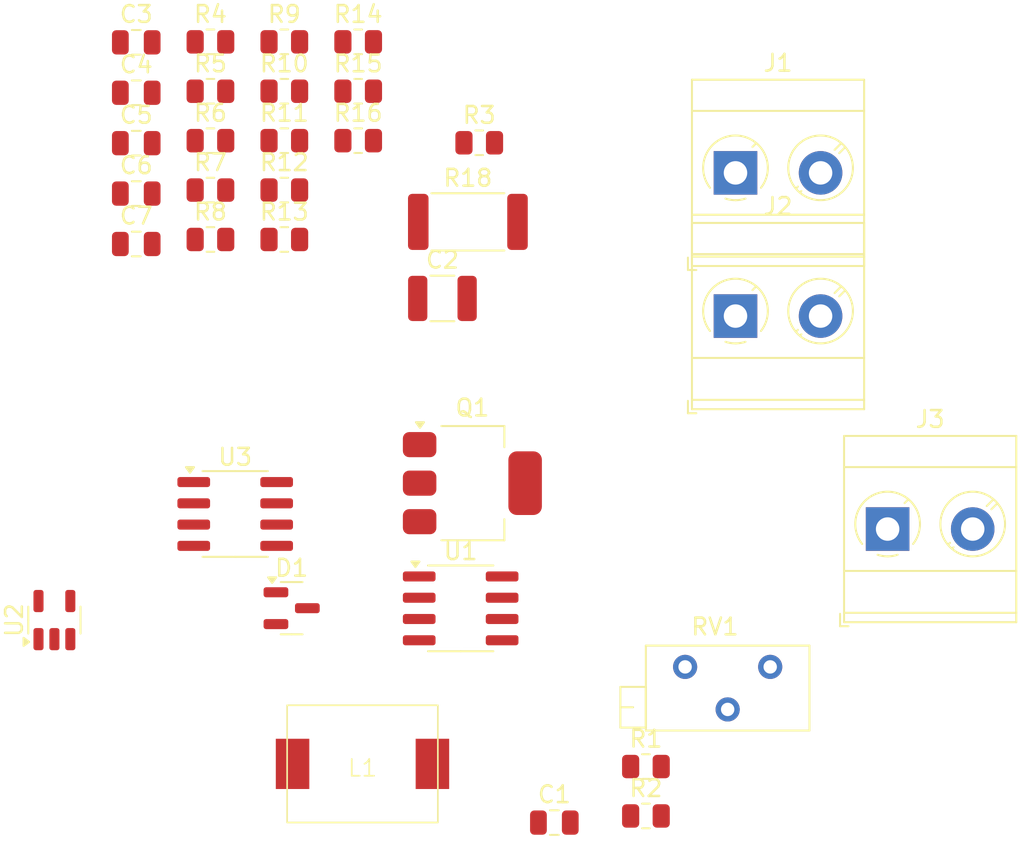
<source format=kicad_pcb>
(kicad_pcb (version 20240108) (generator "pcbnew") (generator_version "8.0")
  (layers (0 "F.Cu" signal) (31 "B.Cu" signal) (34 "B.Paste" user) (35 "F.Paste" user) (36 "B.SilkS" user "B.Silkscreen") (37 "F.SilkS" user "F.Silkscreen") (38 "B.Mask" user) (39 "F.Mask" user) (44 "Edge.Cuts" user))
  (net 0 "")
  (net 1 "LASER_CATHODE")
  (net 2 "LASER_ANODE")
  (net 5 "Net-(C2-Pad1)")
  (net 10 "Net-(U3-VI-Pad2)")
  (net 15 "Net-(C4-Pad1)")
  (net 21 "Net-(C4-Pad2)")
  (net 26 "Net-(C1-Pad2)")
  (net 27 "FGPA_MOD")
  (net 28 "Net-(L1-Pad1)")
  (net 32 "FPGA_MOD")
  (net 33 "5V")
  (net 39 "Net-(Q1-E)")
  (net 44 "Net-(U2-+)")
  (net 52 "Net-(R13-Pad1)")
  (net 53 "Net-(U1A--)")
  (net 58 "GND")
  (net 59 "Net-(U2-V+)")
  (footprint "Capacitor_SMD:C_1210_3225Metric" (layer "F.Cu") (at 136.2335 83.9704)
    (property "Reference" "C2" (at 0 -2.3 0) (layer "F.SilkS"))
    (property "Value" "TPSB336")
    (fp_line (start -0.711252 -1.36) (end 0.711252 -1.36) (stroke (width 0.12)) (layer "F.SilkS"))
    (fp_line (start -0.711252 1.36) (end 0.711252 1.36) (stroke (width 0.12)) (layer "F.SilkS"))
    (pad "1" smd roundrect (at -1.475 0) (size 1.15 2.7) (layers "F.Cu" "F.Paste" "F.Mask") (roundrect_rratio 0.217391) (net 5 "Net-(C2-Pad1)"))
    (pad "2" smd roundrect (at 1.475 0) (size 1.15 2.7) (layers "F.Cu" "F.Paste" "F.Mask") (roundrect_rratio 0.217391))
  )
  (footprint "Resistor_SMD:R_0805_2012Metric" (layer "F.Cu") (at 131.2035 71.6004)
    (property "Reference" "R15" (at 0 -1.65 0) (layer "F.SilkS"))
    (property "Value" "10")
    (fp_line (start -0.227064 -0.735) (end 0.227064 -0.735) (stroke (width 0.12)) (layer "F.SilkS"))
    (fp_line (start -0.227064 0.735) (end 0.227064 0.735) (stroke (width 0.12)) (layer "F.SilkS"))
    (pad "1" smd roundrect (at -0.9125 0) (size 1.025 1.4) (layers "F.Cu" "F.Paste" "F.Mask") (roundrect_rratio 0.243902))
    (pad "2" smd roundrect (at 0.9125 0) (size 1.025 1.4) (layers "F.Cu" "F.Paste" "F.Mask") (roundrect_rratio 0.243902))
  )
  (footprint "Capacitor_SMD:C_0805_2012Metric" (layer "F.Cu") (at 117.9535 68.6804)
    (property "Reference" "C3" (at 0 -1.68 0) (layer "F.SilkS"))
    (property "Value" "C")
    (fp_line (start -0.261252 -0.735) (end 0.261252 -0.735) (stroke (width 0.12)) (layer "F.SilkS"))
    (fp_line (start -0.261252 0.735) (end 0.261252 0.735) (stroke (width 0.12)) (layer "F.SilkS"))
    (pad "1" smd roundrect (at -0.95 0) (size 1 1.45) (layers "F.Cu" "F.Paste" "F.Mask"))
    (pad "2" smd roundrect (at 0.95 0) (size 1 1.45) (layers "F.Cu" "F.Paste" "F.Mask"))
  )
  (footprint "Capacitor_SMD:C_0805_2012Metric" (layer "F.Cu") (at 142.9156 115.2652)
    (property "Reference" "C1" (at 0 -1.68 0) (layer "F.SilkS"))
    (property "Value" "C")
    (fp_line (start -0.261252 -0.735) (end 0.261252 -0.735) (stroke (width 0.12)) (layer "F.SilkS"))
    (fp_line (start -0.261252 0.735) (end 0.261252 0.735) (stroke (width 0.12)) (layer "F.SilkS"))
    (pad "1" smd roundrect (at -0.95 0) (size 1 1.45) (layers "F.Cu" "F.Paste" "F.Mask") (net 27 "FGPA_MOD"))
    (pad "2" smd roundrect (at 0.95 0) (size 1 1.45) (layers "F.Cu" "F.Paste" "F.Mask") (net 26 "Net-(C1-Pad2)"))
  )
  (footprint "TerminalBlock_MetzConnect:TerminalBlock_MetzConnect_Type073_RT02602HBLU_1x02_P5.08mm_Horizontal" (layer "F.Cu") (at 162.814 97.7392)
    (property "Reference" "J3" (at 2.54 -6.56 0) (layer "F.SilkS"))
    (property "Value" "Conn_01x02")
    (fp_line (start -2.84 5.06) (end -2.84 5.8) (stroke (width 0.12)) (layer "F.SilkS"))
    (fp_line (start -2.84 5.8) (end -2.34 5.8) (stroke (width 0.12)) (layer "F.SilkS"))
    (fp_line (start -2.6 -5.56) (end -2.6 5.56) (stroke (width 0.12)) (layer "F.SilkS"))
    (fp_line (start -2.6 -5.56) (end 7.68 -5.56) (stroke (width 0.12)) (layer "F.SilkS"))
    (fp_line (start -2.6 -3.7) (end 7.68 -3.7) (stroke (width 0.12)) (layer "F.SilkS"))
    (fp_line (start -2.6 2.5) (end 7.68 2.5) (stroke (width 0.12)) (layer "F.SilkS"))
    (fp_line (start -2.6 5) (end 7.68 5) (stroke (width 0.12)) (layer "F.SilkS"))
    (fp_line (start -2.6 5.56) (end 7.68 5.56) (stroke (width 0.12)) (layer "F.SilkS"))
    (fp_line (start 1.229 -1.764) (end 1.013 -1.549) (stroke (width 0.12)) (layer "F.SilkS"))
    (fp_line (start 3.724 0.821) (end 3.617 0.928) (stroke (width 0.12)) (layer "F.SilkS"))
    (fp_line (start 3.933 1.083) (end 3.852 1.164) (stroke (width 0.12)) (layer "F.SilkS"))
    (fp_line (start 6.309 -1.764) (end 5.918 -1.374) (stroke (width 0.12)) (layer "F.SilkS"))
    (fp_line (start 6.544 -1.529) (end 6.194 -1.179) (stroke (width 0.12)) (layer "F.SilkS"))
    (fp_line (start 7.68 -5.56) (end 7.68 5.56) (stroke (width 0.12)) (layer "F.SilkS"))
    (fp_arc (start -1.521645 0.888175) (mid -1.930586 -0.300524) (end -1.521 -1.489) (stroke (width 0.12)) (layer "F.SilkS"))
    (fp_arc (start -1.500317 -1.514609) (mid -0.000252 -2.230344) (end 1.5 -1.515) (stroke (width 0.12)) (layer "F.SilkS"))
    (fp_arc (start 0.033269 1.630336) (mid -0.285785 1.609354) (end -0.597 1.536) (stroke (width 0.12)) (layer "F.SilkS"))
    (fp_arc (start 0.596403 1.535539) (mid 0.301919 1.606238) (end 0 1.63) (stroke (width 0.12)) (layer "F.SilkS"))
    (fp_arc (start 1.521645 -1.488175) (mid 1.930586 -0.299476) (end 1.521 0.889) (stroke (width 0.12)) (layer "F.SilkS"))
    (fp_arc (start 5.08 1.63) (mid 5.08 -2.23) (end 5.08 1.63) (stroke (width 0.12)) (layer "F.SilkS"))
    (pad "1" thru_hole rect (at 0 0) (size 2.6 2.6) (drill 1.4) (layers "*.Cu" "*.Mask") (net 58 "GND"))
    (pad "2" thru_hole circle (at 5.08 0) (size 2.6 2.6) (drill 1.4) (layers "*.Cu" "*.Mask") (net 33 "5V"))
  )
  (footprint "Resistor_SMD:R_0805_2012Metric" (layer "F.Cu") (at 122.3835 68.6504)
    (property "Reference" "R4" (at 0 -1.65 0) (layer "F.SilkS"))
    (property "Value" "10")
    (fp_line (start -0.227064 -0.735) (end 0.227064 -0.735) (stroke (width 0.12)) (layer "F.SilkS"))
    (fp_line (start -0.227064 0.735) (end 0.227064 0.735) (stroke (width 0.12)) (layer "F.SilkS"))
    (pad "1" smd roundrect (at -0.9125 0) (size 1.025 1.4) (layers "F.Cu" "F.Paste" "F.Mask") (roundrect_rratio 0.243902))
    (pad "2" smd roundrect (at 0.9125 0) (size 1.025 1.4) (layers "F.Cu" "F.Paste" "F.Mask") (roundrect_rratio 0.243902))
  )
  (footprint "Resistor_SMD:R_0805_2012Metric" (layer "F.Cu") (at 122.3835 80.4504)
    (property "Reference" "R8" (at 0 -1.65 0) (layer "F.SilkS"))
    (property "Value" "R")
    (fp_line (start -0.227064 -0.735) (end 0.227064 -0.735) (stroke (width 0.12)) (layer "F.SilkS"))
    (fp_line (start -0.227064 0.735) (end 0.227064 0.735) (stroke (width 0.12)) (layer "F.SilkS"))
    (pad "1" smd roundrect (at -0.9125 0) (size 1.025 1.4) (layers "F.Cu" "F.Paste" "F.Mask") (roundrect_rratio 0.243902) (net 58 "GND"))
    (pad "2" smd roundrect (at 0.9125 0) (size 1.025 1.4) (layers "F.Cu" "F.Paste" "F.Mask") (roundrect_rratio 0.243902))
  )
  (footprint "Capacitor_SMD:C_0805_2012Metric" (layer "F.Cu") (at 117.9535 74.7004)
    (property "Reference" "C5" (at 0 -1.68 0) (layer "F.SilkS"))
    (property "Value" "C")
    (fp_line (start -0.261252 -0.735) (end 0.261252 -0.735) (stroke (width 0.12)) (layer "F.SilkS"))
    (fp_line (start -0.261252 0.735) (end 0.261252 0.735) (stroke (width 0.12)) (layer "F.SilkS"))
    (pad "1" smd roundrect (at -0.95 0) (size 1 1.45) (layers "F.Cu" "F.Paste" "F.Mask"))
    (pad "2" smd roundrect (at 0.95 0) (size 1 1.45) (layers "F.Cu" "F.Paste" "F.Mask"))
  )
  (footprint "Resistor_SMD:R_0805_2012Metric" (layer "F.Cu") (at 148.3836 111.9188)
    (property "Reference" "R1" (at 0 -1.65 0) (layer "F.SilkS"))
    (property "Value" "10")
    (fp_line (start -0.227064 -0.735) (end 0.227064 -0.735) (stroke (width 0.12)) (layer "F.SilkS"))
    (fp_line (start -0.227064 0.735) (end 0.227064 0.735) (stroke (width 0.12)) (layer "F.SilkS"))
    (pad "1" smd roundrect (at -0.9125 0) (size 1.025 1.4) (layers "F.Cu" "F.Paste" "F.Mask") (roundrect_rratio 0.243902) (net 59 "Net-(U2-V+)"))
    (pad "2" smd roundrect (at 0.9125 0) (size 1.025 1.4) (layers "F.Cu" "F.Paste" "F.Mask") (roundrect_rratio 0.243902) (net 28 "Net-(L1-Pad1)"))
  )
  (footprint "Resistor_SMD:R_0805_2012Metric" (layer "F.Cu") (at 148.3836 114.8688)
    (property "Reference" "R2" (at 0 -1.65 0) (layer "F.SilkS"))
    (property "Value" "47")
    (fp_line (start -0.227064 -0.735) (end 0.227064 -0.735) (stroke (width 0.12)) (layer "F.SilkS"))
    (fp_line (start -0.227064 0.735) (end 0.227064 0.735) (stroke (width 0.12)) (layer "F.SilkS"))
    (pad "1" smd roundrect (at -0.9125 0) (size 1.025 1.4) (layers "F.Cu" "F.Paste" "F.Mask") (roundrect_rratio 0.243902) (net 26 "Net-(C1-Pad2)"))
    (pad "2" smd roundrect (at 0.9125 0) (size 1.025 1.4) (layers "F.Cu" "F.Paste" "F.Mask") (roundrect_rratio 0.243902) (net 2 "LASER_ANODE"))
  )
  (footprint "Capacitor_SMD:C_0805_2012Metric" (layer "F.Cu") (at 117.9535 71.6904)
    (property "Reference" "C4" (at 0 -1.68 0) (layer "F.SilkS"))
    (property "Value" "C")
    (fp_line (start -0.261252 -0.735) (end 0.261252 -0.735) (stroke (width 0.12)) (layer "F.SilkS"))
    (fp_line (start -0.261252 0.735) (end 0.261252 0.735) (stroke (width 0.12)) (layer "F.SilkS"))
    (pad "1" smd roundrect (at -0.95 0) (size 1 1.45) (layers "F.Cu" "F.Paste" "F.Mask") (net 15 "Net-(C4-Pad1)"))
    (pad "2" smd roundrect (at 0.95 0) (size 1 1.45) (layers "F.Cu" "F.Paste" "F.Mask") (net 21 "Net-(C4-Pad2)"))
  )
  (footprint "Resistor_SMD:R_2512_6332Metric" (layer "F.Cu") (at 137.7535 79.4004)
    (property "Reference" "R18" (at 0 -2.62 0) (layer "F.SilkS"))
    (property "Value" "10")
    (fp_line (start -2.177064 -1.71) (end 2.177064 -1.71) (stroke (width 0.12)) (layer "F.SilkS"))
    (fp_line (start -2.177064 1.71) (end 2.177064 1.71) (stroke (width 0.12)) (layer "F.SilkS"))
    (pad "1" smd roundrect (at -2.9625 0) (size 1.225 3.35) (layers "F.Cu" "F.Paste" "F.Mask") (roundrect_rratio 0.204082) (net 5 "Net-(C2-Pad1)"))
    (pad "2" smd roundrect (at 2.9625 0) (size 1.225 3.35) (layers "F.Cu" "F.Paste" "F.Mask") (roundrect_rratio 0.204082) (net 39 "Net-(Q1-E)"))
  )
  (footprint "Package_SO:SOIC-8_3.9x4.9mm_P1.27mm" (layer "F.Cu") (at 123.8609 96.8386)
    (property "Reference" "U3" (at 0 -3.4 0) (layer "F.SilkS"))
    (property "Value" "LM337L_SO8")
    (fp_line (start 0 -2.56) (end -1.95 -2.56) (stroke (width 0.12)) (layer "F.SilkS"))
    (fp_line (start 0 -2.56) (end 1.95 -2.56) (stroke (width 0.12)) (layer "F.SilkS"))
    (fp_line (start 0 2.56) (end -1.95 2.56) (stroke (width 0.12)) (layer "F.SilkS"))
    (fp_line (start 0 2.56) (end 1.95 2.56) (stroke (width 0.12)) (layer "F.SilkS"))
    (fp_poly (pts (xy -2.7 -2.465) (xy -2.94 -2.795) (xy -2.46 -2.795) (xy -2.7 -2.465)) (stroke (width 0.12)) (fill solid) (layer "F.SilkS"))
    (pad "1" smd roundrect (at -2.475 -1.905) (size 1.95 0.6) (layers "F.Cu" "F.Paste" "F.Mask"))
    (pad "2" smd roundrect (at -2.475 -0.635) (size 1.95 0.6) (layers "F.Cu" "F.Paste" "F.Mask") (net 10 "Net-(U3-VI-Pad2)"))
    (pad "3" smd roundrect (at -2.475 0.635) (size 1.95 0.6) (layers "F.Cu" "F.Paste" "F.Mask") (net 10 "Net-(U3-VI-Pad2)"))
    (pad "4" smd roundrect (at -2.475 1.905) (size 1.95 0.6) (layers "F.Cu" "F.Paste" "F.Mask"))
    (pad "5" smd roundrect (at 2.475 1.905) (size 1.95 0.6) (layers "F.Cu" "F.Paste" "F.Mask"))
    (pad "6" smd roundrect (at 2.475 0.635) (size 1.95 0.6) (layers "F.Cu" "F.Paste" "F.Mask") (net 10 "Net-(U3-VI-Pad2)"))
    (pad "7" smd roundrect (at 2.475 -0.635) (size 1.95 0.6) (layers "F.Cu" "F.Paste" "F.Mask") (net 10 "Net-(U3-VI-Pad2)"))
    (pad "8" smd roundrect (at 2.475 -1.905) (size 1.95 0.6) (layers "F.Cu" "F.Paste" "F.Mask"))
  )
  (footprint "Package_TO_SOT_SMD:SOT-23-5" (layer "F.Cu") (at 113.0667 103.1748 90)
    (property "Reference" "U2" (at 0 -2.4 90) (layer "F.SilkS"))
    (property "Value" "INA193")
    (fp_line (start 0 -1.56) (end 0.8 -1.56) (stroke (width 0.12)) (layer "F.SilkS"))
    (fp_line (start 0 -1.56) (end -0.8 -1.56) (stroke (width 0.12)) (layer "F.SilkS"))
    (fp_line (start 0 1.56) (end 0.8 1.56) (stroke (width 0.12)) (layer "F.SilkS"))
    (fp_line (start 0 1.56) (end -0.8 1.56) (stroke (width 0.12)) (layer "F.SilkS"))
    (fp_poly (pts (xy -1.3 -1.51) (xy -1.54 -1.84) (xy -1.06 -1.84) (xy -1.3 -1.51)) (stroke (width 0.12)) (fill solid) (layer "F.SilkS"))
    (pad "1" smd roundrect (at -1.1375 -0.95 90) (size 1.325 0.6) (layers "F.Cu" "F.Paste" "F.Mask"))
    (pad "2" smd roundrect (at -1.1375 0 90) (size 1.325 0.6) (layers "F.Cu" "F.Paste" "F.Mask"))
    (pad "3" smd roundrect (at -1.1375 0.95 90) (size 1.325 0.6) (layers "F.Cu" "F.Paste" "F.Mask") (net 44 "Net-(U2-+)"))
    (pad "4" smd roundrect (at 1.1375 0.95 90) (size 1.325 0.6) (layers "F.Cu" "F.Paste" "F.Mask") (net 58 "GND"))
    (pad "5" smd roundrect (at 1.1375 -0.95 90) (size 1.325 0.6) (layers "F.Cu" "F.Paste" "F.Mask") (net 59 "Net-(U2-V+)"))
  )
  (footprint "Resistor_SMD:R_0805_2012Metric" (layer "F.Cu") (at 126.7935 80.4504)
    (property "Reference" "R13" (at 0 -1.65 0) (layer "F.SilkS"))
    (property "Value" "R")
    (fp_line (start -0.227064 -0.735) (end 0.227064 -0.735) (stroke (width 0.12)) (layer "F.SilkS"))
    (fp_line (start -0.227064 0.735) (end 0.227064 0.735) (stroke (width 0.12)) (layer "F.SilkS"))
    (pad "1" smd roundrect (at -0.9125 0) (size 1.025 1.4) (layers "F.Cu" "F.Paste" "F.Mask") (roundrect_rratio 0.243902) (net 52 "Net-(R13-Pad1)"))
    (pad "2" smd roundrect (at 0.9125 0) (size 1.025 1.4) (layers "F.Cu" "F.Paste" "F.Mask") (roundrect_rratio 0.243902) (net 15 "Net-(C4-Pad1)"))
  )
  (footprint "Resistor_SMD:R_0805_2012Metric" (layer "F.Cu") (at 126.7935 71.6004)
    (property "Reference" "R10" (at 0 -1.65 0) (layer "F.SilkS"))
    (property "Value" "R")
    (fp_line (start -0.227064 -0.735) (end 0.227064 -0.735) (stroke (width 0.12)) (layer "F.SilkS"))
    (fp_line (start -0.227064 0.735) (end 0.227064 0.735) (stroke (width 0.12)) (layer "F.SilkS"))
    (pad "1" smd roundrect (at -0.9125 0) (size 1.025 1.4) (layers "F.Cu" "F.Paste" "F.Mask") (roundrect_rratio 0.243902) (net 58 "GND"))
    (pad "2" smd roundrect (at 0.9125 0) (size 1.025 1.4) (layers "F.Cu" "F.Paste" "F.Mask") (roundrect_rratio 0.243902))
  )
  (footprint "Capacitor_SMD:C_0805_2012Metric" (layer "F.Cu") (at 117.9535 80.7204)
    (property "Reference" "C7" (at 0 -1.68 0) (layer "F.SilkS"))
    (property "Value" "C")
    (fp_line (start -0.261252 -0.735) (end 0.261252 -0.735) (stroke (width 0.12)) (layer "F.SilkS"))
    (fp_line (start -0.261252 0.735) (end 0.261252 0.735) (stroke (width 0.12)) (layer "F.SilkS"))
    (pad "1" smd roundrect (at -0.95 0) (size 1 1.45) (layers "F.Cu" "F.Paste" "F.Mask"))
    (pad "2" smd roundrect (at 0.95 0) (size 1 1.45) (layers "F.Cu" "F.Paste" "F.Mask"))
  )
  (footprint "Driver:SPB1005-R22M" (layer "F.Cu") (at 131.461 112.01)
    (property "Reference" "L1" (at 0 0 0) (layer "F.SilkS") (effects (font (thickness 0.1))))
    (property "Value" "SPB1005-R22M")
    (fp_rect (start -4.5 -3.75) (end 4.5 3.25) (stroke (width 0.1)) (fill none) (layer "F.SilkS"))
    (pad "1" smd rect (at -4.175 -0.25 180) (size 2 3) (layers "F.Cu" "F.Paste" "F.Mask") (net 28 "Net-(L1-Pad1)"))
    (pad "2" smd rect (at 4.175 -0.25 180) (size 2 3) (layers "F.Cu" "F.Paste" "F.Mask") (net 2 "LASER_ANODE"))
  )
  (footprint "Potentiometer_THT:Potentiometer_Bourns_3296Z_Horizontal" (layer "F.Cu") (at 155.8036 105.9688)
    (property "Reference" "RV1" (at -3.3 -2.4 0) (layer "F.SilkS"))
    (property "Value" "10k")
    (fp_line (start -8.945 1.195) (end -8.945 3.625) (stroke (width 0.12)) (layer "F.SilkS"))
    (fp_line (start -8.945 1.195) (end -7.426 1.195) (stroke (width 0.12)) (layer "F.SilkS"))
    (fp_line (start -8.945 2.41) (end -8.186 2.41) (stroke (width 0.12)) (layer "F.SilkS"))
    (fp_line (start -8.945 3.625) (end -7.426 3.625) (stroke (width 0.12)) (layer "F.SilkS"))
    (fp_line (start -7.426 1.195) (end -7.426 3.625) (stroke (width 0.12)) (layer "F.SilkS"))
    (fp_line (start -7.425 -1.27) (end -7.425 3.8) (stroke (width 0.12)) (layer "F.SilkS"))
    (fp_line (start -7.425 -1.27) (end 2.345 -1.27) (stroke (width 0.12)) (layer "F.SilkS"))
    (fp_line (start -7.425 3.8) (end 2.345 3.8) (stroke (width 0.12)) (layer "F.SilkS"))
    (fp_line (start 2.345 -1.27) (end 2.345 3.8) (stroke (width 0.12)) (layer "F.SilkS"))
    (pad "1" thru_hole circle (at 0 0) (size 1.44 1.44) (drill 0.8) (layers "*.Cu" "*.Mask"))
    (pad "2" thru_hole circle (at -2.54 2.54) (size 1.44 1.44) (drill 0.8) (layers "*.Cu" "*.Mask"))
    (pad "3" thru_hole circle (at -5.08 0) (size 1.44 1.44) (drill 0.8) (layers "*.Cu" "*.Mask"))
  )
  (footprint "Resistor_SMD:R_0805_2012Metric" (layer "F.Cu") (at 138.4319 74.676)
    (property "Reference" "R3" (at 0 -1.65 0) (layer "F.SilkS"))
    (property "Value" "R")
    (fp_line (start -0.227064 -0.735) (end 0.227064 -0.735) (stroke (width 0.12)) (layer "F.SilkS"))
    (fp_line (start -0.227064 0.735) (end 0.227064 0.735) (stroke (width 0.12)) (layer "F.SilkS"))
    (pad "1" smd roundrect (at -0.9125 0) (size 1.025 1.4) (layers "F.Cu" "F.Paste" "F.Mask") (roundrect_rratio 0.243902) (net 15 "Net-(C4-Pad1)"))
    (pad "2" smd roundrect (at 0.9125 0) (size 1.025 1.4) (layers "F.Cu" "F.Paste" "F.Mask") (roundrect_rratio 0.243902) (net 21 "Net-(C4-Pad2)"))
  )
  (footprint "Resistor_SMD:R_0805_2012Metric" (layer "F.Cu") (at 122.3835 74.5504)
    (property "Reference" "R6" (at 0 -1.65 0) (layer "F.SilkS"))
    (property "Value" "R")
    (fp_line (start -0.227064 -0.735) (end 0.227064 -0.735) (stroke (width 0.12)) (layer "F.SilkS"))
    (fp_line (start -0.227064 0.735) (end 0.227064 0.735) (stroke (width 0.12)) (layer "F.SilkS"))
    (pad "1" smd roundrect (at -0.9125 0) (size 1.025 1.4) (layers "F.Cu" "F.Paste" "F.Mask") (roundrect_rratio 0.243902) (net 58 "GND"))
    (pad "2" smd roundrect (at 0.9125 0) (size 1.025 1.4) (layers "F.Cu" "F.Paste" "F.Mask") (roundrect_rratio 0.243902) (net 44 "Net-(U2-+)"))
  )
  (footprint "Resistor_SMD:R_0805_2012Metric" (layer "F.Cu") (at 131.2035 68.6504)
    (property "Reference" "R14" (at 0 -1.65 0) (layer "F.SilkS"))
    (property "Value" "R")
    (fp_line (start -0.227064 -0.735) (end 0.227064 -0.735) (stroke (width 0.12)) (layer "F.SilkS"))
    (fp_line (start -0.227064 0.735) (end 0.227064 0.735) (stroke (width 0.12)) (layer "F.SilkS"))
    (pad "1" smd roundrect (at -0.9125 0) (size 1.025 1.4) (layers "F.Cu" "F.Paste" "F.Mask") (roundrect_rratio 0.243902) (net 53 "Net-(U1A--)"))
    (pad "2" smd roundrect (at 0.9125 0) (size 1.025 1.4) (layers "F.Cu" "F.Paste" "F.Mask") (roundrect_rratio 0.243902) (net 52 "Net-(R13-Pad1)"))
  )
  (footprint "Capacitor_SMD:C_0805_2012Metric" (layer "F.Cu") (at 117.9535 77.7104)
    (property "Reference" "C6" (at 0 -1.68 0) (layer "F.SilkS"))
    (property "Value" "C")
    (fp_line (start -0.261252 -0.735) (end 0.261252 -0.735) (stroke (width 0.12)) (layer "F.SilkS"))
    (fp_line (start -0.261252 0.735) (end 0.261252 0.735) (stroke (width 0.12)) (layer "F.SilkS"))
    (pad "1" smd roundrect (at -0.95 0) (size 1 1.45) (layers "F.Cu" "F.Paste" "F.Mask"))
    (pad "2" smd roundrect (at 0.95 0) (size 1 1.45) (layers "F.Cu" "F.Paste" "F.Mask"))
  )
  (footprint "Resistor_SMD:R_0805_2012Metric" (layer "F.Cu") (at 122.3835 77.5004)
    (property "Reference" "R7" (at 0 -1.65 0) (layer "F.SilkS"))
    (property "Value" "R")
    (fp_line (start -0.227064 -0.735) (end 0.227064 -0.735) (stroke (width 0.12)) (layer "F.SilkS"))
    (fp_line (start -0.227064 0.735) (end 0.227064 0.735) (stroke (width 0.12)) (layer "F.SilkS"))
    (pad "1" smd roundrect (at -0.9125 0) (size 1.025 1.4) (layers "F.Cu" "F.Paste" "F.Mask") (roundrect_rratio 0.243902) (net 58 "GND"))
    (pad "2" smd roundrect (at 0.9125 0) (size 1.025 1.4) (layers "F.Cu" "F.Paste" "F.Mask") (roundrect_rratio 0.243902))
  )
  (footprint "Resistor_SMD:R_0805_2012Metric" (layer "F.Cu") (at 122.3835 71.6004)
    (property "Reference" "R5" (at 0 -1.65 0) (layer "F.SilkS"))
    (property "Value" "10")
    (fp_line (start -0.227064 -0.735) (end 0.227064 -0.735) (stroke (width 0.12)) (layer "F.SilkS"))
    (fp_line (start -0.227064 0.735) (end 0.227064 0.735) (stroke (width 0.12)) (layer "F.SilkS"))
    (pad "1" smd roundrect (at -0.9125 0) (size 1.025 1.4) (layers "F.Cu" "F.Paste" "F.Mask") (roundrect_rratio 0.243902))
    (pad "2" smd roundrect (at 0.9125 0) (size 1.025 1.4) (layers "F.Cu" "F.Paste" "F.Mask") (roundrect_rratio 0.243902))
  )
  (footprint "TerminalBlock_MetzConnect:TerminalBlock_MetzConnect_Type073_RT02602HBLU_1x02_P5.08mm_Horizontal" (layer "F.Cu") (at 153.7312 76.4736)
    (property "Reference" "J1" (at 2.54 -6.56 0) (layer "F.SilkS"))
    (property "Value" "Conn_01x02")
    (fp_line (start -2.84 5.06) (end -2.84 5.8) (stroke (width 0.12)) (layer "F.SilkS"))
    (fp_line (start -2.84 5.8) (end -2.34 5.8) (stroke (width 0.12)) (layer "F.SilkS"))
    (fp_line (start -2.6 -5.56) (end -2.6 5.56) (stroke (width 0.12)) (layer "F.SilkS"))
    (fp_line (start -2.6 -5.56) (end 7.68 -5.56) (stroke (width 0.12)) (layer "F.SilkS"))
    (fp_line (start -2.6 -3.7) (end 7.68 -3.7) (stroke (width 0.12)) (layer "F.SilkS"))
    (fp_line (start -2.6 2.5) (end 7.68 2.5) (stroke (width 0.12)) (layer "F.SilkS"))
    (fp_line (start -2.6 5) (end 7.68 5) (stroke (width 0.12)) (layer "F.SilkS"))
    (fp_line (start -2.6 5.56) (end 7.68 5.56) (stroke (width 0.12)) (layer "F.SilkS"))
    (fp_line (start 1.229 -1.764) (end 1.013 -1.549) (stroke (width 0.12)) (layer "F.SilkS"))
    (fp_line (start 3.724 0.821) (end 3.617 0.928) (stroke (width 0.12)) (layer "F.SilkS"))
    (fp_line (start 3.933 1.083) (end 3.852 1.164) (stroke (width 0.12)) (layer "F.SilkS"))
    (fp_line (start 6.309 -1.764) (end 5.918 -1.374) (stroke (width 0.12)) (layer "F.SilkS"))
    (fp_line (start 6.544 -1.529) (end 6.194 -1.179) (stroke (width 0.12)) (layer "F.SilkS"))
    (fp_line (start 7.68 -5.56) (end 7.68 5.56) (stroke (width 0.12)) (layer "F.SilkS"))
    (fp_arc (start -1.521645 0.888175) (mid -1.930586 -0.300524) (end -1.521 -1.489) (stroke (width 0.12)) (layer "F.SilkS"))
    (fp_arc (start -1.500317 -1.514609) (mid -0.000252 -2.230344) (end 1.5 -1.515) (stroke (width 0.12)) (layer "F.SilkS"))
    (fp_arc (start 0.033269 1.630336) (mid -0.285785 1.609354) (end -0.597 1.536) (stroke (width 0.12)) (layer "F.SilkS"))
    (fp_arc (start 0.596403 1.535539) (mid 0.301919 1.606238) (end 0 1.63) (stroke (width 0.12)) (layer "F.SilkS"))
    (fp_arc (start 1.521645 -1.488175) (mid 1.930586 -0.299476) (end 1.521 0.889) (stroke (width 0.12)) (layer "F.SilkS"))
    (fp_arc (start 5.08 1.63) (mid 5.08 -2.23) (end 5.08 1.63) (stroke (width 0.12)) (layer "F.SilkS"))
    (pad "1" thru_hole rect (at 0 0) (size 2.6 2.6) (drill 1.4) (layers "*.Cu" "*.Mask") (net 58 "GND"))
    (pad "2" thru_hole circle (at 5.08 0) (size 2.6 2.6) (drill 1.4) (layers "*.Cu" "*.Mask") (net 32 "FPGA_MOD"))
  )
  (footprint "TerminalBlock_MetzConnect:TerminalBlock_MetzConnect_Type073_RT02602HBLU_1x02_P5.08mm_Horizontal" (layer "F.Cu") (at 153.7312 85.0236)
    (property "Reference" "J2" (at 2.54 -6.56 0) (layer "F.SilkS"))
    (property "Value" "Conn_01x02")
    (fp_line (start -2.84 5.06) (end -2.84 5.8) (stroke (width 0.12)) (layer "F.SilkS"))
    (fp_line (start -2.84 5.8) (end -2.34 5.8) (stroke (width 0.12)) (layer "F.SilkS"))
    (fp_line (start -2.6 -5.56) (end -2.6 5.56) (stroke (width 0.12)) (layer "F.SilkS"))
    (fp_line (start -2.6 -5.56) (end 7.68 -5.56) (stroke (width 0.12)) (layer "F.SilkS"))
    (fp_line (start -2.6 -3.7) (end 7.68 -3.7) (stroke (width 0.12)) (layer "F.SilkS"))
    (fp_line (start -2.6 2.5) (end 7.68 2.5) (stroke (width 0.12)) (layer "F.SilkS"))
    (fp_line (start -2.6 5) (end 7.68 5) (stroke (width 0.12)) (layer "F.SilkS"))
    (fp_line (start -2.6 5.56) (end 7.68 5.56) (stroke (width 0.12)) (layer "F.SilkS"))
    (fp_line (start 1.229 -1.764) (end 1.013 -1.549) (stroke (width 0.12)) (layer "F.SilkS"))
    (fp_line (start 3.724 0.821) (end 3.617 0.928) (stroke (width 0.12)) (layer "F.SilkS"))
    (fp_line (start 3.933 1.083) (end 3.852 1.164) (stroke (width 0.12)) (layer "F.SilkS"))
    (fp_line (start 6.309 -1.764) (end 5.918 -1.374) (stroke (width 0.12)) (layer "F.SilkS"))
    (fp_line (start 6.544 -1.529) (end 6.194 -1.179) (stroke (width 0.12)) (layer "F.SilkS"))
    (fp_line (start 7.68 -5.56) (end 7.68 5.56) (stroke (width 0.12)) (layer "F.SilkS"))
    (fp_arc (start -1.521645 0.888175) (mid -1.930586 -0.300524) (end -1.521 -1.489) (stroke (width 0.12)) (layer "F.SilkS"))
    (fp_arc (start -1.500317 -1.514609) (mid -0.000252 -2.230344) (end 1.5 -1.515) (stroke (width 0.12)) (layer "F.SilkS"))
    (fp_arc (start 0.033269 1.630336) (mid -0.285785 1.609354) (end -0.597 1.536) (stroke (width 0.12)) (layer "F.SilkS"))
    (fp_arc (start 0.596403 1.535539) (mid 0.301919 1.606238) (end 0 1.63) (stroke (width 0.12)) (layer "F.SilkS"))
    (fp_arc (start 1.521645 -1.488175) (mid 1.930586 -0.299476) (end 1.521 0.889) (stroke (width 0.12)) (layer "F.SilkS"))
    (fp_arc (start 5.08 1.63) (mid 5.08 -2.23) (end 5.08 1.63) (stroke (width 0.12)) (layer "F.SilkS"))
    (pad "1" thru_hole rect (at 0 0) (size 2.6 2.6) (drill 1.4) (layers "*.Cu" "*.Mask") (net 1 "LASER_CATHODE"))
    (pad "2" thru_hole circle (at 5.08 0) (size 2.6 2.6) (drill 1.4) (layers "*.Cu" "*.Mask") (net 2 "LASER_ANODE"))
  )
  (footprint "Resistor_SMD:R_0805_2012Metric" (layer "F.Cu") (at 126.7935 68.6504)
    (property "Reference" "R9" (at 0 -1.65 0) (layer "F.SilkS"))
    (property "Value" "R")
    (fp_line (start -0.227064 -0.735) (end 0.227064 -0.735) (stroke (width 0.12)) (layer "F.SilkS"))
    (fp_line (start -0.227064 0.735) (end 0.227064 0.735) (stroke (width 0.12)) (layer "F.SilkS"))
    (pad "1" smd roundrect (at -0.9125 0) (size 1.025 1.4) (layers "F.Cu" "F.Paste" "F.Mask") (roundrect_rratio 0.243902) (net 58 "GND"))
    (pad "2" smd roundrect (at 0.9125 0) (size 1.025 1.4) (layers "F.Cu" "F.Paste" "F.Mask") (roundrect_rratio 0.243902))
  )
  (footprint "Package_TO_SOT_SMD:SOT-23" (layer "F.Cu") (at 127.2309 102.4636)
    (property "Reference" "D1" (at 0 -2.4 0) (layer "F.SilkS"))
    (property "Value" "BAT54A")
    (fp_line (start 0 -1.56) (end -0.65 -1.56) (stroke (width 0.12)) (layer "F.SilkS"))
    (fp_line (start 0 -1.56) (end 0.65 -1.56) (stroke (width 0.12)) (layer "F.SilkS"))
    (fp_line (start 0 1.56) (end -0.65 1.56) (stroke (width 0.12)) (layer "F.SilkS"))
    (fp_line (start 0 1.56) (end 0.65 1.56) (stroke (width 0.12)) (layer "F.SilkS"))
    (fp_poly (pts (xy -1.1625 -1.51) (xy -1.4025 -1.84) (xy -0.9225 -1.84) (xy -1.1625 -1.51)) (stroke (width 0.12)) (fill solid) (layer "F.SilkS"))
    (pad "1" smd roundrect (at -0.9375 -0.95) (size 1.475 0.6) (layers "F.Cu" "F.Paste" "F.Mask") (net 2 "LASER_ANODE"))
    (pad "2" smd roundrect (at -0.9375 0.95) (size 1.475 0.6) (layers "F.Cu" "F.Paste" "F.Mask"))
    (pad "3" smd roundrect (at 0.9375 0) (size 1.475 0.6) (layers "F.Cu" "F.Paste" "F.Mask") (net 58 "GND"))
  )
  (footprint "Resistor_SMD:R_0805_2012Metric" (layer "F.Cu") (at 126.7935 77.5004)
    (property "Reference" "R12" (at 0 -1.65 0) (layer "F.SilkS"))
    (property "Value" "10")
    (fp_line (start -0.227064 -0.735) (end 0.227064 -0.735) (stroke (width 0.12)) (layer "F.SilkS"))
    (fp_line (start -0.227064 0.735) (end 0.227064 0.735) (stroke (width 0.12)) (layer "F.SilkS"))
    (pad "1" smd roundrect (at -0.9125 0) (size 1.025 1.4) (layers "F.Cu" "F.Paste" "F.Mask") (roundrect_rratio 0.243902))
    (pad "2" smd roundrect (at 0.9125 0) (size 1.025 1.4) (layers "F.Cu" "F.Paste" "F.Mask") (roundrect_rratio 0.243902))
  )
  (footprint "Package_SO:SOIC-8_3.9x4.9mm_P1.27mm" (layer "F.Cu") (at 137.3218 102.4744)
    (property "Reference" "U1" (at 0 -3.4 0) (layer "F.SilkS"))
    (property "Value" "LM358")
    (fp_line (start 0 -2.56) (end -1.95 -2.56) (stroke (width 0.12)) (layer "F.SilkS"))
    (fp_line (start 0 -2.56) (end 1.95 -2.56) (stroke (width 0.12)) (layer "F.SilkS"))
    (fp_line (start 0 2.56) (end -1.95 2.56) (stroke (width 0.12)) (layer "F.SilkS"))
    (fp_line (start 0 2.56) (end 1.95 2.56) (stroke (width 0.12)) (layer "F.SilkS"))
    (fp_poly (pts (xy -2.7 -2.465) (xy -2.94 -2.795) (xy -2.46 -2.795) (xy -2.7 -2.465)) (stroke (width 0.12)) (fill solid) (layer "F.SilkS"))
    (pad "1" smd roundrect (at -2.475 -1.905) (size 1.95 0.6) (layers "F.Cu" "F.Paste" "F.Mask") (net 52 "Net-(R13-Pad1)"))
    (pad "2" smd roundrect (at -2.475 -0.635) (size 1.95 0.6) (layers "F.Cu" "F.Paste" "F.Mask") (net 53 "Net-(U1A--)"))
    (pad "3" smd roundrect (at -2.475 0.635) (size 1.95 0.6) (layers "F.Cu" "F.Paste" "F.Mask"))
    (pad "4" smd roundrect (at -2.475 1.905) (size 1.95 0.6) (layers "F.Cu" "F.Paste" "F.Mask"))
    (pad "5" smd roundrect (at 2.475 1.905) (size 1.95 0.6) (layers "F.Cu" "F.Paste" "F.Mask"))
    (pad "6" smd roundrect (at 2.475 0.635) (size 1.95 0.6) (layers "F.Cu" "F.Paste" "F.Mask"))
    (pad "7" smd roundrect (at 2.475 -0.635) (size 1.95 0.6) (layers "F.Cu" "F.Paste" "F.Mask"))
    (pad "8" smd roundrect (at 2.475 -1.905) (size 1.95 0.6) (layers "F.Cu" "F.Paste" "F.Mask"))
  )
  (footprint "Resistor_SMD:R_0805_2012Metric" (layer "F.Cu") (at 126.7935 74.5504)
    (property "Reference" "R11" (at 0 -1.65 0) (layer "F.SilkS"))
    (property "Value" "R")
    (fp_line (start -0.227064 -0.735) (end 0.227064 -0.735) (stroke (width 0.12)) (layer "F.SilkS"))
    (fp_line (start -0.227064 0.735) (end 0.227064 0.735) (stroke (width 0.12)) (layer "F.SilkS"))
    (pad "1" smd roundrect (at -0.9125 0) (size 1.025 1.4) (layers "F.Cu" "F.Paste" "F.Mask") (roundrect_rratio 0.243902) (net 58 "GND"))
    (pad "2" smd roundrect (at 0.9125 0) (size 1.025 1.4) (layers "F.Cu" "F.Paste" "F.Mask") (roundrect_rratio 0.243902))
  )
  (footprint "Resistor_SMD:R_0805_2012Metric" (layer "F.Cu") (at 131.2035 74.5504)
    (property "Reference" "R16" (at 0 -1.65 0) (layer "F.SilkS"))
    (property "Value" "10")
    (fp_line (start -0.227064 -0.735) (end 0.227064 -0.735) (stroke (width 0.12)) (layer "F.SilkS"))
    (fp_line (start -0.227064 0.735) (end 0.227064 0.735) (stroke (width 0.12)) (layer "F.SilkS"))
    (pad "1" smd roundrect (at -0.9125 0) (size 1.025 1.4) (layers "F.Cu" "F.Paste" "F.Mask") (roundrect_rratio 0.243902))
    (pad "2" smd roundrect (at 0.9125 0) (size 1.025 1.4) (layers "F.Cu" "F.Paste" "F.Mask") (roundrect_rratio 0.243902))
  )
  (footprint "Package_TO_SOT_SMD:SOT-223" (layer "F.Cu") (at 138.0218 94.9994)
    (property "Reference" "Q1" (at 0 -4.5 0) (layer "F.SilkS"))
    (property "Value" "FZT655")
    (fp_line (start -1.85 -3.41) (end 1.91 -3.41) (stroke (width 0.12)) (layer "F.SilkS"))
    (fp_line (start -1.85 3.41) (end 1.91 3.41) (stroke (width 0.12)) (layer "F.SilkS"))
    (fp_line (start 1.91 -3.41) (end 1.91 -2.15) (stroke (width 0.12)) (layer "F.SilkS"))
    (fp_line (start 1.91 3.41) (end 1.91 2.15) (stroke (width 0.12)) (layer "F.SilkS"))
    (fp_poly (pts (xy -3.13 -3.31) (xy -3.37 -3.64) (xy -2.89 -3.64) (xy -3.13 -3.31)) (stroke (width 0.12)) (fill solid) (layer "F.SilkS"))
    (pad "1" smd roundrect (at -3.15 -2.3) (size 2 1.5) (layers "F.Cu" "F.Paste" "F.Mask"))
    (pad "2" smd roundrect (at -3.15 0) (size 2 1.5) (layers "F.Cu" "F.Paste" "F.Mask"))
    (pad "3" smd roundrect (at -3.15 2.3) (size 2 1.5) (layers "F.Cu" "F.Paste" "F.Mask") (net 39 "Net-(Q1-E)"))
    (pad "4" smd roundrect (at 3.15 0) (size 2 3.8) (layers "F.Cu" "F.Paste" "F.Mask"))
  )
)
</source>
